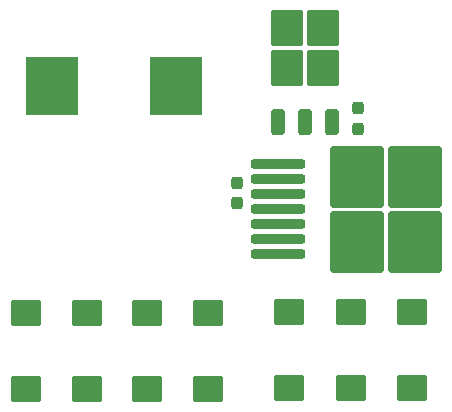
<source format=gtp>
G04 #@! TF.GenerationSoftware,KiCad,Pcbnew,8.0.5*
G04 #@! TF.CreationDate,2025-01-13T22:45:19-08:00*
G04 #@! TF.ProjectId,12v converter,31327620-636f-46e7-9665-727465722e6b,rev?*
G04 #@! TF.SameCoordinates,Original*
G04 #@! TF.FileFunction,Paste,Top*
G04 #@! TF.FilePolarity,Positive*
%FSLAX46Y46*%
G04 Gerber Fmt 4.6, Leading zero omitted, Abs format (unit mm)*
G04 Created by KiCad (PCBNEW 8.0.5) date 2025-01-13 22:45:19*
%MOMM*%
%LPD*%
G01*
G04 APERTURE LIST*
G04 Aperture macros list*
%AMRoundRect*
0 Rectangle with rounded corners*
0 $1 Rounding radius*
0 $2 $3 $4 $5 $6 $7 $8 $9 X,Y pos of 4 corners*
0 Add a 4 corners polygon primitive as box body*
4,1,4,$2,$3,$4,$5,$6,$7,$8,$9,$2,$3,0*
0 Add four circle primitives for the rounded corners*
1,1,$1+$1,$2,$3*
1,1,$1+$1,$4,$5*
1,1,$1+$1,$6,$7*
1,1,$1+$1,$8,$9*
0 Add four rect primitives between the rounded corners*
20,1,$1+$1,$2,$3,$4,$5,0*
20,1,$1+$1,$4,$5,$6,$7,0*
20,1,$1+$1,$6,$7,$8,$9,0*
20,1,$1+$1,$8,$9,$2,$3,0*%
G04 Aperture macros list end*
%ADD10RoundRect,0.200000X-2.100000X-0.200000X2.100000X-0.200000X2.100000X0.200000X-2.100000X0.200000X0*%
%ADD11RoundRect,0.250000X-2.025000X-2.375000X2.025000X-2.375000X2.025000X2.375000X-2.025000X2.375000X0*%
%ADD12RoundRect,0.250000X-1.025000X0.875000X-1.025000X-0.875000X1.025000X-0.875000X1.025000X0.875000X0*%
%ADD13R,4.500000X5.000000*%
%ADD14RoundRect,0.237500X-0.237500X0.300000X-0.237500X-0.300000X0.237500X-0.300000X0.237500X0.300000X0*%
%ADD15RoundRect,0.250000X0.350000X-0.850000X0.350000X0.850000X-0.350000X0.850000X-0.350000X-0.850000X0*%
%ADD16RoundRect,0.250000X1.125000X-1.275000X1.125000X1.275000X-1.125000X1.275000X-1.125000X-1.275000X0*%
G04 APERTURE END LIST*
D10*
X164150000Y-107390000D03*
X164150000Y-108660000D03*
X164150001Y-109930000D03*
X164150000Y-111200000D03*
X164150001Y-112470000D03*
X164150000Y-113740000D03*
X164150000Y-115010000D03*
D11*
X170875000Y-108425000D03*
X170875000Y-113975000D03*
X175725000Y-108425000D03*
X175725000Y-113975000D03*
D12*
X153100000Y-120000000D03*
X153100000Y-126400000D03*
D13*
X145043802Y-100769343D03*
X155543804Y-100769343D03*
D12*
X175500000Y-119900000D03*
X175500000Y-126300000D03*
X170300000Y-119900000D03*
X170300000Y-126300000D03*
X142800000Y-120000000D03*
X142800000Y-126400000D03*
X148000000Y-119991314D03*
X148000000Y-126391314D03*
D14*
X160693884Y-108947499D03*
X160693884Y-110672501D03*
X170925000Y-102649998D03*
X170925000Y-104375000D03*
D12*
X165100000Y-119900000D03*
X165100000Y-126300000D03*
X158200000Y-120000000D03*
X158200000Y-126400000D03*
D15*
X164143221Y-103818560D03*
X168703220Y-103818559D03*
X166423221Y-103818559D03*
D16*
X164898221Y-99193559D03*
X167948221Y-99193559D03*
X164898222Y-95843559D03*
X167948221Y-95843559D03*
M02*

</source>
